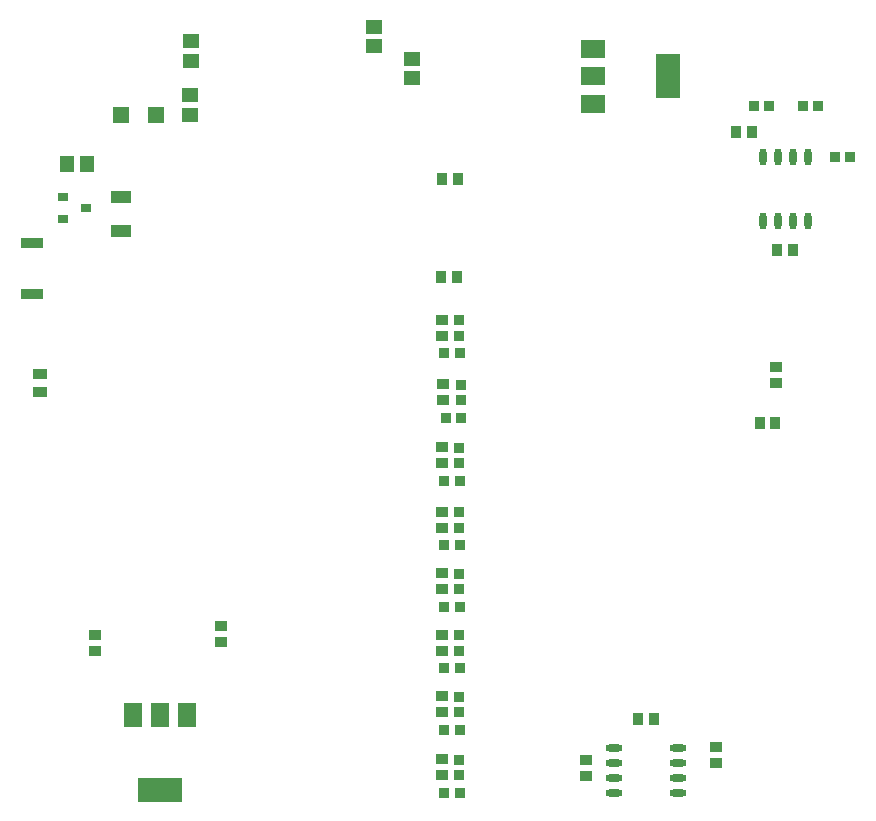
<source format=gbp>
%FSTAX23Y23*%
%MOIN*%
%SFA1B1*%

%IPPOS*%
%ADD15R,0.035430X0.039370*%
%ADD18R,0.039370X0.035430*%
%ADD19R,0.037400X0.033470*%
%ADD23R,0.033470X0.037400*%
%ADD49O,0.057090X0.023620*%
%ADD50R,0.078740X0.149610*%
%ADD51R,0.078740X0.059060*%
%ADD52R,0.149610X0.078740*%
%ADD53R,0.059060X0.078740*%
%ADD54R,0.035430X0.031500*%
%ADD55R,0.053150X0.045280*%
%ADD56R,0.053150X0.057090*%
%ADD57O,0.023620X0.057090*%
%ADD58R,0.055120X0.051180*%
%ADD59R,0.049210X0.037400*%
%ADD60R,0.074800X0.035430*%
%ADD61R,0.045280X0.053150*%
%ADD62R,0.070870X0.039370*%
%LNsg_can_board-1*%
%LPD*%
G54D15*
X02722Y01895D03*
X02669D03*
X02533Y0229D03*
X02586D03*
X01604Y02134D03*
X01551D03*
X01602Y01806D03*
X01549D03*
X02205Y00332D03*
X02258D03*
X0261Y01318D03*
X02663D03*
G54D18*
X00816Y00641D03*
Y00588D03*
X0203Y00142D03*
Y00196D03*
X02466Y00186D03*
Y00239D03*
X00396Y00559D03*
Y00613D03*
X02666Y01453D03*
Y01506D03*
X0155Y00145D03*
Y00198D03*
Y00408D03*
Y00355D03*
Y01023D03*
Y0097D03*
Y01238D03*
Y01185D03*
Y00818D03*
Y00765D03*
Y00613D03*
Y0056D03*
X01555Y01448D03*
Y01395D03*
X0155Y01663D03*
Y0161D03*
G54D19*
X01609Y00145D03*
Y00197D03*
Y00407D03*
Y00355D03*
Y01022D03*
Y0097D03*
Y01237D03*
Y01185D03*
Y00817D03*
Y00765D03*
Y00612D03*
Y0056D03*
X01614Y01447D03*
Y01395D03*
X01609Y01662D03*
Y0161D03*
G54D23*
X02641Y02375D03*
X02755D03*
X0259D03*
X02806D03*
X02861Y02205D03*
X02912D03*
X01559Y00086D03*
X01611D03*
X01559Y00296D03*
X01611D03*
X01559Y00911D03*
X01611D03*
X01559Y01126D03*
X01611D03*
X01559Y00706D03*
X01611D03*
X01559Y00501D03*
X01611D03*
X01564Y01336D03*
X01616D03*
X01559Y01551D03*
X01611D03*
G54D49*
X02339Y00236D03*
Y00186D03*
Y00136D03*
Y00086D03*
X02125Y00236D03*
Y00186D03*
Y00136D03*
Y00086D03*
G54D50*
X02304Y02475D03*
G54D51*
X02055Y02565D03*
Y02475D03*
Y02384D03*
G54D52*
X00613Y00097D03*
G54D53*
X00703Y00345D03*
X00613D03*
X00522D03*
G54D54*
X00366Y02036D03*
X00287Y01998D03*
Y02073D03*
G54D55*
X00712Y02414D03*
Y02345D03*
X00715Y02525D03*
Y02594D03*
G54D56*
X00598Y02345D03*
X00481D03*
G54D57*
X0267Y02207D03*
X0272D03*
X0277Y01992D03*
X0272D03*
X0267D03*
X0262D03*
X0277Y02207D03*
X0262D03*
G54D58*
X01326Y02577D03*
Y0264D03*
X01453Y0247D03*
Y02533D03*
G54D59*
X0021Y01483D03*
Y01422D03*
G54D60*
X00185Y01749D03*
Y0192D03*
G54D61*
X003Y02183D03*
X00369D03*
G54D62*
X00483Y0196D03*
Y02071D03*
M02*
</source>
